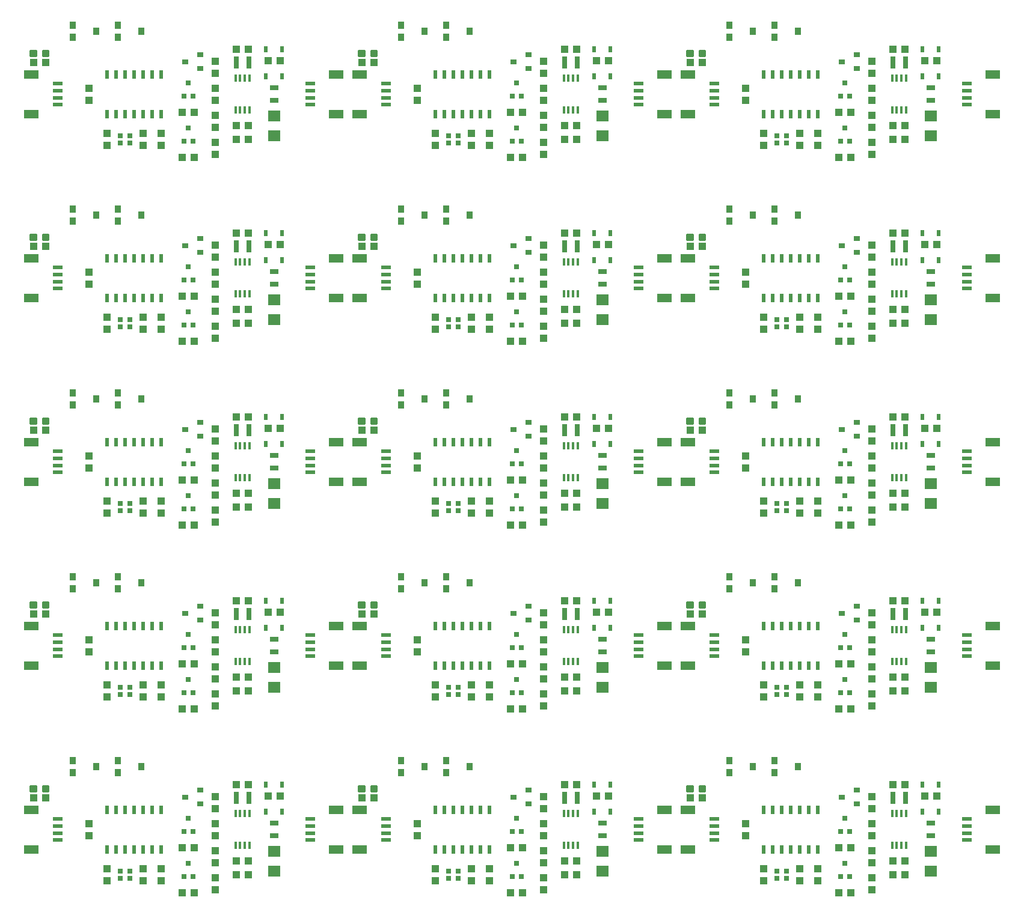
<source format=gtp>
G04 EAGLE Gerber RS-274X export*
G75*
%MOMM*%
%FSLAX34Y34*%
%LPD*%
%INSolderpaste Top*%
%IPPOS*%
%AMOC8*
5,1,8,0,0,1.08239X$1,22.5*%
G01*
%ADD10R,1.000000X1.100000*%
%ADD11R,1.100000X1.000000*%
%ADD12R,1.200000X0.800000*%
%ADD13R,2.000000X1.200000*%
%ADD14R,1.350000X0.600000*%
%ADD15R,0.800000X1.800000*%
%ADD16R,0.700000X0.700000*%
%ADD17R,0.600000X1.200000*%
%ADD18R,0.400000X1.100000*%
%ADD19R,0.750000X0.700000*%
%ADD20R,0.900000X0.800000*%
%ADD21R,1.800000X1.600000*%
%ADD22R,0.630000X0.830000*%
%ADD23R,0.900000X1.000000*%
%ADD24R,0.900000X1.100000*%
%ADD25C,0.300000*%


D10*
X120650Y55000D03*
X120650Y72000D03*
D11*
X302650Y190500D03*
X319650Y190500D03*
D10*
X95250Y118500D03*
X95250Y135500D03*
X171450Y72000D03*
X171450Y55000D03*
D12*
X355600Y118000D03*
X355600Y136000D03*
D13*
X14050Y155000D03*
X14050Y99000D03*
D14*
X50800Y142000D03*
X50800Y132000D03*
X50800Y122000D03*
X50800Y112000D03*
D13*
X443150Y99000D03*
X443150Y155000D03*
D14*
X406400Y112000D03*
X406400Y122000D03*
X406400Y132000D03*
X406400Y142000D03*
D15*
X302150Y171450D03*
X320150Y171450D03*
D16*
X228450Y124100D03*
X241450Y124100D03*
X234950Y142600D03*
X228450Y60600D03*
X241450Y60600D03*
X234950Y79100D03*
D11*
X302650Y82550D03*
X319650Y82550D03*
X243450Y101600D03*
X226450Y101600D03*
D10*
X273050Y97400D03*
X273050Y80400D03*
X196850Y72000D03*
X196850Y55000D03*
D11*
X319650Y63500D03*
X302650Y63500D03*
X243450Y38100D03*
X226450Y38100D03*
D10*
X273050Y59300D03*
X273050Y42300D03*
D17*
X120650Y99000D03*
X133350Y99000D03*
X146050Y99000D03*
X158750Y99000D03*
X171450Y99000D03*
X184150Y99000D03*
X196850Y99000D03*
X196850Y155000D03*
X184150Y155000D03*
X171450Y155000D03*
X158750Y155000D03*
X146050Y155000D03*
X133350Y155000D03*
X120650Y155000D03*
D18*
X320900Y149500D03*
X314400Y149500D03*
X307900Y149500D03*
X301400Y149500D03*
X301400Y104500D03*
X307900Y104500D03*
X314400Y104500D03*
X320900Y104500D03*
D19*
X152800Y58500D03*
X139300Y58500D03*
X139300Y68500D03*
X152800Y68500D03*
D20*
X251300Y163220D03*
X251300Y182220D03*
X230300Y172720D03*
D10*
X273050Y173600D03*
X273050Y156600D03*
X273050Y135500D03*
X273050Y118500D03*
D21*
X355600Y96550D03*
X355600Y68550D03*
D11*
X347100Y173990D03*
X364100Y173990D03*
D22*
X344100Y190500D03*
X367100Y190500D03*
X344100Y152400D03*
X367100Y152400D03*
D23*
X135900Y224400D03*
D24*
X168900Y215900D03*
D23*
X135900Y207400D03*
X72400Y224400D03*
D24*
X105400Y215900D03*
D23*
X72400Y207400D03*
D11*
X33900Y171450D03*
X16900Y171450D03*
D25*
X20130Y180650D02*
X20130Y187650D01*
X20130Y180650D02*
X13130Y180650D01*
X13130Y187650D01*
X20130Y187650D01*
X20130Y183500D02*
X13130Y183500D01*
X13130Y186350D02*
X20130Y186350D01*
X37670Y187650D02*
X37670Y180650D01*
X30670Y180650D01*
X30670Y187650D01*
X37670Y187650D01*
X37670Y183500D02*
X30670Y183500D01*
X30670Y186350D02*
X37670Y186350D01*
D10*
X582930Y55000D03*
X582930Y72000D03*
D11*
X764930Y190500D03*
X781930Y190500D03*
D10*
X557530Y118500D03*
X557530Y135500D03*
X633730Y72000D03*
X633730Y55000D03*
D12*
X817880Y118000D03*
X817880Y136000D03*
D13*
X476330Y155000D03*
X476330Y99000D03*
D14*
X513080Y142000D03*
X513080Y132000D03*
X513080Y122000D03*
X513080Y112000D03*
D13*
X905430Y99000D03*
X905430Y155000D03*
D14*
X868680Y112000D03*
X868680Y122000D03*
X868680Y132000D03*
X868680Y142000D03*
D15*
X764430Y171450D03*
X782430Y171450D03*
D16*
X690730Y124100D03*
X703730Y124100D03*
X697230Y142600D03*
X690730Y60600D03*
X703730Y60600D03*
X697230Y79100D03*
D11*
X764930Y82550D03*
X781930Y82550D03*
X705730Y101600D03*
X688730Y101600D03*
D10*
X735330Y97400D03*
X735330Y80400D03*
X659130Y72000D03*
X659130Y55000D03*
D11*
X781930Y63500D03*
X764930Y63500D03*
X705730Y38100D03*
X688730Y38100D03*
D10*
X735330Y59300D03*
X735330Y42300D03*
D17*
X582930Y99000D03*
X595630Y99000D03*
X608330Y99000D03*
X621030Y99000D03*
X633730Y99000D03*
X646430Y99000D03*
X659130Y99000D03*
X659130Y155000D03*
X646430Y155000D03*
X633730Y155000D03*
X621030Y155000D03*
X608330Y155000D03*
X595630Y155000D03*
X582930Y155000D03*
D18*
X783180Y149500D03*
X776680Y149500D03*
X770180Y149500D03*
X763680Y149500D03*
X763680Y104500D03*
X770180Y104500D03*
X776680Y104500D03*
X783180Y104500D03*
D19*
X615080Y58500D03*
X601580Y58500D03*
X601580Y68500D03*
X615080Y68500D03*
D20*
X713580Y163220D03*
X713580Y182220D03*
X692580Y172720D03*
D10*
X735330Y173600D03*
X735330Y156600D03*
X735330Y135500D03*
X735330Y118500D03*
D21*
X817880Y96550D03*
X817880Y68550D03*
D11*
X809380Y173990D03*
X826380Y173990D03*
D22*
X806380Y190500D03*
X829380Y190500D03*
X806380Y152400D03*
X829380Y152400D03*
D23*
X598180Y224400D03*
D24*
X631180Y215900D03*
D23*
X598180Y207400D03*
X534680Y224400D03*
D24*
X567680Y215900D03*
D23*
X534680Y207400D03*
D11*
X496180Y171450D03*
X479180Y171450D03*
D25*
X482410Y180650D02*
X482410Y187650D01*
X482410Y180650D02*
X475410Y180650D01*
X475410Y187650D01*
X482410Y187650D01*
X482410Y183500D02*
X475410Y183500D01*
X475410Y186350D02*
X482410Y186350D01*
X499950Y187650D02*
X499950Y180650D01*
X492950Y180650D01*
X492950Y187650D01*
X499950Y187650D01*
X499950Y183500D02*
X492950Y183500D01*
X492950Y186350D02*
X499950Y186350D01*
D10*
X1045210Y55000D03*
X1045210Y72000D03*
D11*
X1227210Y190500D03*
X1244210Y190500D03*
D10*
X1019810Y118500D03*
X1019810Y135500D03*
X1096010Y72000D03*
X1096010Y55000D03*
D12*
X1280160Y118000D03*
X1280160Y136000D03*
D13*
X938610Y155000D03*
X938610Y99000D03*
D14*
X975360Y142000D03*
X975360Y132000D03*
X975360Y122000D03*
X975360Y112000D03*
D13*
X1367710Y99000D03*
X1367710Y155000D03*
D14*
X1330960Y112000D03*
X1330960Y122000D03*
X1330960Y132000D03*
X1330960Y142000D03*
D15*
X1226710Y171450D03*
X1244710Y171450D03*
D16*
X1153010Y124100D03*
X1166010Y124100D03*
X1159510Y142600D03*
X1153010Y60600D03*
X1166010Y60600D03*
X1159510Y79100D03*
D11*
X1227210Y82550D03*
X1244210Y82550D03*
X1168010Y101600D03*
X1151010Y101600D03*
D10*
X1197610Y97400D03*
X1197610Y80400D03*
X1121410Y72000D03*
X1121410Y55000D03*
D11*
X1244210Y63500D03*
X1227210Y63500D03*
X1168010Y38100D03*
X1151010Y38100D03*
D10*
X1197610Y59300D03*
X1197610Y42300D03*
D17*
X1045210Y99000D03*
X1057910Y99000D03*
X1070610Y99000D03*
X1083310Y99000D03*
X1096010Y99000D03*
X1108710Y99000D03*
X1121410Y99000D03*
X1121410Y155000D03*
X1108710Y155000D03*
X1096010Y155000D03*
X1083310Y155000D03*
X1070610Y155000D03*
X1057910Y155000D03*
X1045210Y155000D03*
D18*
X1245460Y149500D03*
X1238960Y149500D03*
X1232460Y149500D03*
X1225960Y149500D03*
X1225960Y104500D03*
X1232460Y104500D03*
X1238960Y104500D03*
X1245460Y104500D03*
D19*
X1077360Y58500D03*
X1063860Y58500D03*
X1063860Y68500D03*
X1077360Y68500D03*
D20*
X1175860Y163220D03*
X1175860Y182220D03*
X1154860Y172720D03*
D10*
X1197610Y173600D03*
X1197610Y156600D03*
X1197610Y135500D03*
X1197610Y118500D03*
D21*
X1280160Y96550D03*
X1280160Y68550D03*
D11*
X1271660Y173990D03*
X1288660Y173990D03*
D22*
X1268660Y190500D03*
X1291660Y190500D03*
X1268660Y152400D03*
X1291660Y152400D03*
D23*
X1060460Y224400D03*
D24*
X1093460Y215900D03*
D23*
X1060460Y207400D03*
X996960Y224400D03*
D24*
X1029960Y215900D03*
D23*
X996960Y207400D03*
D11*
X958460Y171450D03*
X941460Y171450D03*
D25*
X944690Y180650D02*
X944690Y187650D01*
X944690Y180650D02*
X937690Y180650D01*
X937690Y187650D01*
X944690Y187650D01*
X944690Y183500D02*
X937690Y183500D01*
X937690Y186350D02*
X944690Y186350D01*
X962230Y187650D02*
X962230Y180650D01*
X955230Y180650D01*
X955230Y187650D01*
X962230Y187650D01*
X962230Y183500D02*
X955230Y183500D01*
X955230Y186350D02*
X962230Y186350D01*
D10*
X120650Y314080D03*
X120650Y331080D03*
D11*
X302650Y449580D03*
X319650Y449580D03*
D10*
X95250Y377580D03*
X95250Y394580D03*
X171450Y331080D03*
X171450Y314080D03*
D12*
X355600Y377080D03*
X355600Y395080D03*
D13*
X14050Y414080D03*
X14050Y358080D03*
D14*
X50800Y401080D03*
X50800Y391080D03*
X50800Y381080D03*
X50800Y371080D03*
D13*
X443150Y358080D03*
X443150Y414080D03*
D14*
X406400Y371080D03*
X406400Y381080D03*
X406400Y391080D03*
X406400Y401080D03*
D15*
X302150Y430530D03*
X320150Y430530D03*
D16*
X228450Y383180D03*
X241450Y383180D03*
X234950Y401680D03*
X228450Y319680D03*
X241450Y319680D03*
X234950Y338180D03*
D11*
X302650Y341630D03*
X319650Y341630D03*
X243450Y360680D03*
X226450Y360680D03*
D10*
X273050Y356480D03*
X273050Y339480D03*
X196850Y331080D03*
X196850Y314080D03*
D11*
X319650Y322580D03*
X302650Y322580D03*
X243450Y297180D03*
X226450Y297180D03*
D10*
X273050Y318380D03*
X273050Y301380D03*
D17*
X120650Y358080D03*
X133350Y358080D03*
X146050Y358080D03*
X158750Y358080D03*
X171450Y358080D03*
X184150Y358080D03*
X196850Y358080D03*
X196850Y414080D03*
X184150Y414080D03*
X171450Y414080D03*
X158750Y414080D03*
X146050Y414080D03*
X133350Y414080D03*
X120650Y414080D03*
D18*
X320900Y408580D03*
X314400Y408580D03*
X307900Y408580D03*
X301400Y408580D03*
X301400Y363580D03*
X307900Y363580D03*
X314400Y363580D03*
X320900Y363580D03*
D19*
X152800Y317580D03*
X139300Y317580D03*
X139300Y327580D03*
X152800Y327580D03*
D20*
X251300Y422300D03*
X251300Y441300D03*
X230300Y431800D03*
D10*
X273050Y432680D03*
X273050Y415680D03*
X273050Y394580D03*
X273050Y377580D03*
D21*
X355600Y355630D03*
X355600Y327630D03*
D11*
X347100Y433070D03*
X364100Y433070D03*
D22*
X344100Y449580D03*
X367100Y449580D03*
X344100Y411480D03*
X367100Y411480D03*
D23*
X135900Y483480D03*
D24*
X168900Y474980D03*
D23*
X135900Y466480D03*
X72400Y483480D03*
D24*
X105400Y474980D03*
D23*
X72400Y466480D03*
D11*
X33900Y430530D03*
X16900Y430530D03*
D25*
X20130Y439730D02*
X20130Y446730D01*
X20130Y439730D02*
X13130Y439730D01*
X13130Y446730D01*
X20130Y446730D01*
X20130Y442580D02*
X13130Y442580D01*
X13130Y445430D02*
X20130Y445430D01*
X37670Y446730D02*
X37670Y439730D01*
X30670Y439730D01*
X30670Y446730D01*
X37670Y446730D01*
X37670Y442580D02*
X30670Y442580D01*
X30670Y445430D02*
X37670Y445430D01*
D10*
X582930Y314080D03*
X582930Y331080D03*
D11*
X764930Y449580D03*
X781930Y449580D03*
D10*
X557530Y377580D03*
X557530Y394580D03*
X633730Y331080D03*
X633730Y314080D03*
D12*
X817880Y377080D03*
X817880Y395080D03*
D13*
X476330Y414080D03*
X476330Y358080D03*
D14*
X513080Y401080D03*
X513080Y391080D03*
X513080Y381080D03*
X513080Y371080D03*
D13*
X905430Y358080D03*
X905430Y414080D03*
D14*
X868680Y371080D03*
X868680Y381080D03*
X868680Y391080D03*
X868680Y401080D03*
D15*
X764430Y430530D03*
X782430Y430530D03*
D16*
X690730Y383180D03*
X703730Y383180D03*
X697230Y401680D03*
X690730Y319680D03*
X703730Y319680D03*
X697230Y338180D03*
D11*
X764930Y341630D03*
X781930Y341630D03*
X705730Y360680D03*
X688730Y360680D03*
D10*
X735330Y356480D03*
X735330Y339480D03*
X659130Y331080D03*
X659130Y314080D03*
D11*
X781930Y322580D03*
X764930Y322580D03*
X705730Y297180D03*
X688730Y297180D03*
D10*
X735330Y318380D03*
X735330Y301380D03*
D17*
X582930Y358080D03*
X595630Y358080D03*
X608330Y358080D03*
X621030Y358080D03*
X633730Y358080D03*
X646430Y358080D03*
X659130Y358080D03*
X659130Y414080D03*
X646430Y414080D03*
X633730Y414080D03*
X621030Y414080D03*
X608330Y414080D03*
X595630Y414080D03*
X582930Y414080D03*
D18*
X783180Y408580D03*
X776680Y408580D03*
X770180Y408580D03*
X763680Y408580D03*
X763680Y363580D03*
X770180Y363580D03*
X776680Y363580D03*
X783180Y363580D03*
D19*
X615080Y317580D03*
X601580Y317580D03*
X601580Y327580D03*
X615080Y327580D03*
D20*
X713580Y422300D03*
X713580Y441300D03*
X692580Y431800D03*
D10*
X735330Y432680D03*
X735330Y415680D03*
X735330Y394580D03*
X735330Y377580D03*
D21*
X817880Y355630D03*
X817880Y327630D03*
D11*
X809380Y433070D03*
X826380Y433070D03*
D22*
X806380Y449580D03*
X829380Y449580D03*
X806380Y411480D03*
X829380Y411480D03*
D23*
X598180Y483480D03*
D24*
X631180Y474980D03*
D23*
X598180Y466480D03*
X534680Y483480D03*
D24*
X567680Y474980D03*
D23*
X534680Y466480D03*
D11*
X496180Y430530D03*
X479180Y430530D03*
D25*
X482410Y439730D02*
X482410Y446730D01*
X482410Y439730D02*
X475410Y439730D01*
X475410Y446730D01*
X482410Y446730D01*
X482410Y442580D02*
X475410Y442580D01*
X475410Y445430D02*
X482410Y445430D01*
X499950Y446730D02*
X499950Y439730D01*
X492950Y439730D01*
X492950Y446730D01*
X499950Y446730D01*
X499950Y442580D02*
X492950Y442580D01*
X492950Y445430D02*
X499950Y445430D01*
D10*
X1045210Y314080D03*
X1045210Y331080D03*
D11*
X1227210Y449580D03*
X1244210Y449580D03*
D10*
X1019810Y377580D03*
X1019810Y394580D03*
X1096010Y331080D03*
X1096010Y314080D03*
D12*
X1280160Y377080D03*
X1280160Y395080D03*
D13*
X938610Y414080D03*
X938610Y358080D03*
D14*
X975360Y401080D03*
X975360Y391080D03*
X975360Y381080D03*
X975360Y371080D03*
D13*
X1367710Y358080D03*
X1367710Y414080D03*
D14*
X1330960Y371080D03*
X1330960Y381080D03*
X1330960Y391080D03*
X1330960Y401080D03*
D15*
X1226710Y430530D03*
X1244710Y430530D03*
D16*
X1153010Y383180D03*
X1166010Y383180D03*
X1159510Y401680D03*
X1153010Y319680D03*
X1166010Y319680D03*
X1159510Y338180D03*
D11*
X1227210Y341630D03*
X1244210Y341630D03*
X1168010Y360680D03*
X1151010Y360680D03*
D10*
X1197610Y356480D03*
X1197610Y339480D03*
X1121410Y331080D03*
X1121410Y314080D03*
D11*
X1244210Y322580D03*
X1227210Y322580D03*
X1168010Y297180D03*
X1151010Y297180D03*
D10*
X1197610Y318380D03*
X1197610Y301380D03*
D17*
X1045210Y358080D03*
X1057910Y358080D03*
X1070610Y358080D03*
X1083310Y358080D03*
X1096010Y358080D03*
X1108710Y358080D03*
X1121410Y358080D03*
X1121410Y414080D03*
X1108710Y414080D03*
X1096010Y414080D03*
X1083310Y414080D03*
X1070610Y414080D03*
X1057910Y414080D03*
X1045210Y414080D03*
D18*
X1245460Y408580D03*
X1238960Y408580D03*
X1232460Y408580D03*
X1225960Y408580D03*
X1225960Y363580D03*
X1232460Y363580D03*
X1238960Y363580D03*
X1245460Y363580D03*
D19*
X1077360Y317580D03*
X1063860Y317580D03*
X1063860Y327580D03*
X1077360Y327580D03*
D20*
X1175860Y422300D03*
X1175860Y441300D03*
X1154860Y431800D03*
D10*
X1197610Y432680D03*
X1197610Y415680D03*
X1197610Y394580D03*
X1197610Y377580D03*
D21*
X1280160Y355630D03*
X1280160Y327630D03*
D11*
X1271660Y433070D03*
X1288660Y433070D03*
D22*
X1268660Y449580D03*
X1291660Y449580D03*
X1268660Y411480D03*
X1291660Y411480D03*
D23*
X1060460Y483480D03*
D24*
X1093460Y474980D03*
D23*
X1060460Y466480D03*
X996960Y483480D03*
D24*
X1029960Y474980D03*
D23*
X996960Y466480D03*
D11*
X958460Y430530D03*
X941460Y430530D03*
D25*
X944690Y439730D02*
X944690Y446730D01*
X944690Y439730D02*
X937690Y439730D01*
X937690Y446730D01*
X944690Y446730D01*
X944690Y442580D02*
X937690Y442580D01*
X937690Y445430D02*
X944690Y445430D01*
X962230Y446730D02*
X962230Y439730D01*
X955230Y439730D01*
X955230Y446730D01*
X962230Y446730D01*
X962230Y442580D02*
X955230Y442580D01*
X955230Y445430D02*
X962230Y445430D01*
D10*
X120650Y573160D03*
X120650Y590160D03*
D11*
X302650Y708660D03*
X319650Y708660D03*
D10*
X95250Y636660D03*
X95250Y653660D03*
X171450Y590160D03*
X171450Y573160D03*
D12*
X355600Y636160D03*
X355600Y654160D03*
D13*
X14050Y673160D03*
X14050Y617160D03*
D14*
X50800Y660160D03*
X50800Y650160D03*
X50800Y640160D03*
X50800Y630160D03*
D13*
X443150Y617160D03*
X443150Y673160D03*
D14*
X406400Y630160D03*
X406400Y640160D03*
X406400Y650160D03*
X406400Y660160D03*
D15*
X302150Y689610D03*
X320150Y689610D03*
D16*
X228450Y642260D03*
X241450Y642260D03*
X234950Y660760D03*
X228450Y578760D03*
X241450Y578760D03*
X234950Y597260D03*
D11*
X302650Y600710D03*
X319650Y600710D03*
X243450Y619760D03*
X226450Y619760D03*
D10*
X273050Y615560D03*
X273050Y598560D03*
X196850Y590160D03*
X196850Y573160D03*
D11*
X319650Y581660D03*
X302650Y581660D03*
X243450Y556260D03*
X226450Y556260D03*
D10*
X273050Y577460D03*
X273050Y560460D03*
D17*
X120650Y617160D03*
X133350Y617160D03*
X146050Y617160D03*
X158750Y617160D03*
X171450Y617160D03*
X184150Y617160D03*
X196850Y617160D03*
X196850Y673160D03*
X184150Y673160D03*
X171450Y673160D03*
X158750Y673160D03*
X146050Y673160D03*
X133350Y673160D03*
X120650Y673160D03*
D18*
X320900Y667660D03*
X314400Y667660D03*
X307900Y667660D03*
X301400Y667660D03*
X301400Y622660D03*
X307900Y622660D03*
X314400Y622660D03*
X320900Y622660D03*
D19*
X152800Y576660D03*
X139300Y576660D03*
X139300Y586660D03*
X152800Y586660D03*
D20*
X251300Y681380D03*
X251300Y700380D03*
X230300Y690880D03*
D10*
X273050Y691760D03*
X273050Y674760D03*
X273050Y653660D03*
X273050Y636660D03*
D21*
X355600Y614710D03*
X355600Y586710D03*
D11*
X347100Y692150D03*
X364100Y692150D03*
D22*
X344100Y708660D03*
X367100Y708660D03*
X344100Y670560D03*
X367100Y670560D03*
D23*
X135900Y742560D03*
D24*
X168900Y734060D03*
D23*
X135900Y725560D03*
X72400Y742560D03*
D24*
X105400Y734060D03*
D23*
X72400Y725560D03*
D11*
X33900Y689610D03*
X16900Y689610D03*
D25*
X20130Y698810D02*
X20130Y705810D01*
X20130Y698810D02*
X13130Y698810D01*
X13130Y705810D01*
X20130Y705810D01*
X20130Y701660D02*
X13130Y701660D01*
X13130Y704510D02*
X20130Y704510D01*
X37670Y705810D02*
X37670Y698810D01*
X30670Y698810D01*
X30670Y705810D01*
X37670Y705810D01*
X37670Y701660D02*
X30670Y701660D01*
X30670Y704510D02*
X37670Y704510D01*
D10*
X582930Y573160D03*
X582930Y590160D03*
D11*
X764930Y708660D03*
X781930Y708660D03*
D10*
X557530Y636660D03*
X557530Y653660D03*
X633730Y590160D03*
X633730Y573160D03*
D12*
X817880Y636160D03*
X817880Y654160D03*
D13*
X476330Y673160D03*
X476330Y617160D03*
D14*
X513080Y660160D03*
X513080Y650160D03*
X513080Y640160D03*
X513080Y630160D03*
D13*
X905430Y617160D03*
X905430Y673160D03*
D14*
X868680Y630160D03*
X868680Y640160D03*
X868680Y650160D03*
X868680Y660160D03*
D15*
X764430Y689610D03*
X782430Y689610D03*
D16*
X690730Y642260D03*
X703730Y642260D03*
X697230Y660760D03*
X690730Y578760D03*
X703730Y578760D03*
X697230Y597260D03*
D11*
X764930Y600710D03*
X781930Y600710D03*
X705730Y619760D03*
X688730Y619760D03*
D10*
X735330Y615560D03*
X735330Y598560D03*
X659130Y590160D03*
X659130Y573160D03*
D11*
X781930Y581660D03*
X764930Y581660D03*
X705730Y556260D03*
X688730Y556260D03*
D10*
X735330Y577460D03*
X735330Y560460D03*
D17*
X582930Y617160D03*
X595630Y617160D03*
X608330Y617160D03*
X621030Y617160D03*
X633730Y617160D03*
X646430Y617160D03*
X659130Y617160D03*
X659130Y673160D03*
X646430Y673160D03*
X633730Y673160D03*
X621030Y673160D03*
X608330Y673160D03*
X595630Y673160D03*
X582930Y673160D03*
D18*
X783180Y667660D03*
X776680Y667660D03*
X770180Y667660D03*
X763680Y667660D03*
X763680Y622660D03*
X770180Y622660D03*
X776680Y622660D03*
X783180Y622660D03*
D19*
X615080Y576660D03*
X601580Y576660D03*
X601580Y586660D03*
X615080Y586660D03*
D20*
X713580Y681380D03*
X713580Y700380D03*
X692580Y690880D03*
D10*
X735330Y691760D03*
X735330Y674760D03*
X735330Y653660D03*
X735330Y636660D03*
D21*
X817880Y614710D03*
X817880Y586710D03*
D11*
X809380Y692150D03*
X826380Y692150D03*
D22*
X806380Y708660D03*
X829380Y708660D03*
X806380Y670560D03*
X829380Y670560D03*
D23*
X598180Y742560D03*
D24*
X631180Y734060D03*
D23*
X598180Y725560D03*
X534680Y742560D03*
D24*
X567680Y734060D03*
D23*
X534680Y725560D03*
D11*
X496180Y689610D03*
X479180Y689610D03*
D25*
X482410Y698810D02*
X482410Y705810D01*
X482410Y698810D02*
X475410Y698810D01*
X475410Y705810D01*
X482410Y705810D01*
X482410Y701660D02*
X475410Y701660D01*
X475410Y704510D02*
X482410Y704510D01*
X499950Y705810D02*
X499950Y698810D01*
X492950Y698810D01*
X492950Y705810D01*
X499950Y705810D01*
X499950Y701660D02*
X492950Y701660D01*
X492950Y704510D02*
X499950Y704510D01*
D10*
X1045210Y573160D03*
X1045210Y590160D03*
D11*
X1227210Y708660D03*
X1244210Y708660D03*
D10*
X1019810Y636660D03*
X1019810Y653660D03*
X1096010Y590160D03*
X1096010Y573160D03*
D12*
X1280160Y636160D03*
X1280160Y654160D03*
D13*
X938610Y673160D03*
X938610Y617160D03*
D14*
X975360Y660160D03*
X975360Y650160D03*
X975360Y640160D03*
X975360Y630160D03*
D13*
X1367710Y617160D03*
X1367710Y673160D03*
D14*
X1330960Y630160D03*
X1330960Y640160D03*
X1330960Y650160D03*
X1330960Y660160D03*
D15*
X1226710Y689610D03*
X1244710Y689610D03*
D16*
X1153010Y642260D03*
X1166010Y642260D03*
X1159510Y660760D03*
X1153010Y578760D03*
X1166010Y578760D03*
X1159510Y597260D03*
D11*
X1227210Y600710D03*
X1244210Y600710D03*
X1168010Y619760D03*
X1151010Y619760D03*
D10*
X1197610Y615560D03*
X1197610Y598560D03*
X1121410Y590160D03*
X1121410Y573160D03*
D11*
X1244210Y581660D03*
X1227210Y581660D03*
X1168010Y556260D03*
X1151010Y556260D03*
D10*
X1197610Y577460D03*
X1197610Y560460D03*
D17*
X1045210Y617160D03*
X1057910Y617160D03*
X1070610Y617160D03*
X1083310Y617160D03*
X1096010Y617160D03*
X1108710Y617160D03*
X1121410Y617160D03*
X1121410Y673160D03*
X1108710Y673160D03*
X1096010Y673160D03*
X1083310Y673160D03*
X1070610Y673160D03*
X1057910Y673160D03*
X1045210Y673160D03*
D18*
X1245460Y667660D03*
X1238960Y667660D03*
X1232460Y667660D03*
X1225960Y667660D03*
X1225960Y622660D03*
X1232460Y622660D03*
X1238960Y622660D03*
X1245460Y622660D03*
D19*
X1077360Y576660D03*
X1063860Y576660D03*
X1063860Y586660D03*
X1077360Y586660D03*
D20*
X1175860Y681380D03*
X1175860Y700380D03*
X1154860Y690880D03*
D10*
X1197610Y691760D03*
X1197610Y674760D03*
X1197610Y653660D03*
X1197610Y636660D03*
D21*
X1280160Y614710D03*
X1280160Y586710D03*
D11*
X1271660Y692150D03*
X1288660Y692150D03*
D22*
X1268660Y708660D03*
X1291660Y708660D03*
X1268660Y670560D03*
X1291660Y670560D03*
D23*
X1060460Y742560D03*
D24*
X1093460Y734060D03*
D23*
X1060460Y725560D03*
X996960Y742560D03*
D24*
X1029960Y734060D03*
D23*
X996960Y725560D03*
D11*
X958460Y689610D03*
X941460Y689610D03*
D25*
X944690Y698810D02*
X944690Y705810D01*
X944690Y698810D02*
X937690Y698810D01*
X937690Y705810D01*
X944690Y705810D01*
X944690Y701660D02*
X937690Y701660D01*
X937690Y704510D02*
X944690Y704510D01*
X962230Y705810D02*
X962230Y698810D01*
X955230Y698810D01*
X955230Y705810D01*
X962230Y705810D01*
X962230Y701660D02*
X955230Y701660D01*
X955230Y704510D02*
X962230Y704510D01*
D10*
X120650Y832240D03*
X120650Y849240D03*
D11*
X302650Y967740D03*
X319650Y967740D03*
D10*
X95250Y895740D03*
X95250Y912740D03*
X171450Y849240D03*
X171450Y832240D03*
D12*
X355600Y895240D03*
X355600Y913240D03*
D13*
X14050Y932240D03*
X14050Y876240D03*
D14*
X50800Y919240D03*
X50800Y909240D03*
X50800Y899240D03*
X50800Y889240D03*
D13*
X443150Y876240D03*
X443150Y932240D03*
D14*
X406400Y889240D03*
X406400Y899240D03*
X406400Y909240D03*
X406400Y919240D03*
D15*
X302150Y948690D03*
X320150Y948690D03*
D16*
X228450Y901340D03*
X241450Y901340D03*
X234950Y919840D03*
X228450Y837840D03*
X241450Y837840D03*
X234950Y856340D03*
D11*
X302650Y859790D03*
X319650Y859790D03*
X243450Y878840D03*
X226450Y878840D03*
D10*
X273050Y874640D03*
X273050Y857640D03*
X196850Y849240D03*
X196850Y832240D03*
D11*
X319650Y840740D03*
X302650Y840740D03*
X243450Y815340D03*
X226450Y815340D03*
D10*
X273050Y836540D03*
X273050Y819540D03*
D17*
X120650Y876240D03*
X133350Y876240D03*
X146050Y876240D03*
X158750Y876240D03*
X171450Y876240D03*
X184150Y876240D03*
X196850Y876240D03*
X196850Y932240D03*
X184150Y932240D03*
X171450Y932240D03*
X158750Y932240D03*
X146050Y932240D03*
X133350Y932240D03*
X120650Y932240D03*
D18*
X320900Y926740D03*
X314400Y926740D03*
X307900Y926740D03*
X301400Y926740D03*
X301400Y881740D03*
X307900Y881740D03*
X314400Y881740D03*
X320900Y881740D03*
D19*
X152800Y835740D03*
X139300Y835740D03*
X139300Y845740D03*
X152800Y845740D03*
D20*
X251300Y940460D03*
X251300Y959460D03*
X230300Y949960D03*
D10*
X273050Y950840D03*
X273050Y933840D03*
X273050Y912740D03*
X273050Y895740D03*
D21*
X355600Y873790D03*
X355600Y845790D03*
D11*
X347100Y951230D03*
X364100Y951230D03*
D22*
X344100Y967740D03*
X367100Y967740D03*
X344100Y929640D03*
X367100Y929640D03*
D23*
X135900Y1001640D03*
D24*
X168900Y993140D03*
D23*
X135900Y984640D03*
X72400Y1001640D03*
D24*
X105400Y993140D03*
D23*
X72400Y984640D03*
D11*
X33900Y948690D03*
X16900Y948690D03*
D25*
X20130Y957890D02*
X20130Y964890D01*
X20130Y957890D02*
X13130Y957890D01*
X13130Y964890D01*
X20130Y964890D01*
X20130Y960740D02*
X13130Y960740D01*
X13130Y963590D02*
X20130Y963590D01*
X37670Y964890D02*
X37670Y957890D01*
X30670Y957890D01*
X30670Y964890D01*
X37670Y964890D01*
X37670Y960740D02*
X30670Y960740D01*
X30670Y963590D02*
X37670Y963590D01*
D10*
X582930Y832240D03*
X582930Y849240D03*
D11*
X764930Y967740D03*
X781930Y967740D03*
D10*
X557530Y895740D03*
X557530Y912740D03*
X633730Y849240D03*
X633730Y832240D03*
D12*
X817880Y895240D03*
X817880Y913240D03*
D13*
X476330Y932240D03*
X476330Y876240D03*
D14*
X513080Y919240D03*
X513080Y909240D03*
X513080Y899240D03*
X513080Y889240D03*
D13*
X905430Y876240D03*
X905430Y932240D03*
D14*
X868680Y889240D03*
X868680Y899240D03*
X868680Y909240D03*
X868680Y919240D03*
D15*
X764430Y948690D03*
X782430Y948690D03*
D16*
X690730Y901340D03*
X703730Y901340D03*
X697230Y919840D03*
X690730Y837840D03*
X703730Y837840D03*
X697230Y856340D03*
D11*
X764930Y859790D03*
X781930Y859790D03*
X705730Y878840D03*
X688730Y878840D03*
D10*
X735330Y874640D03*
X735330Y857640D03*
X659130Y849240D03*
X659130Y832240D03*
D11*
X781930Y840740D03*
X764930Y840740D03*
X705730Y815340D03*
X688730Y815340D03*
D10*
X735330Y836540D03*
X735330Y819540D03*
D17*
X582930Y876240D03*
X595630Y876240D03*
X608330Y876240D03*
X621030Y876240D03*
X633730Y876240D03*
X646430Y876240D03*
X659130Y876240D03*
X659130Y932240D03*
X646430Y932240D03*
X633730Y932240D03*
X621030Y932240D03*
X608330Y932240D03*
X595630Y932240D03*
X582930Y932240D03*
D18*
X783180Y926740D03*
X776680Y926740D03*
X770180Y926740D03*
X763680Y926740D03*
X763680Y881740D03*
X770180Y881740D03*
X776680Y881740D03*
X783180Y881740D03*
D19*
X615080Y835740D03*
X601580Y835740D03*
X601580Y845740D03*
X615080Y845740D03*
D20*
X713580Y940460D03*
X713580Y959460D03*
X692580Y949960D03*
D10*
X735330Y950840D03*
X735330Y933840D03*
X735330Y912740D03*
X735330Y895740D03*
D21*
X817880Y873790D03*
X817880Y845790D03*
D11*
X809380Y951230D03*
X826380Y951230D03*
D22*
X806380Y967740D03*
X829380Y967740D03*
X806380Y929640D03*
X829380Y929640D03*
D23*
X598180Y1001640D03*
D24*
X631180Y993140D03*
D23*
X598180Y984640D03*
X534680Y1001640D03*
D24*
X567680Y993140D03*
D23*
X534680Y984640D03*
D11*
X496180Y948690D03*
X479180Y948690D03*
D25*
X482410Y957890D02*
X482410Y964890D01*
X482410Y957890D02*
X475410Y957890D01*
X475410Y964890D01*
X482410Y964890D01*
X482410Y960740D02*
X475410Y960740D01*
X475410Y963590D02*
X482410Y963590D01*
X499950Y964890D02*
X499950Y957890D01*
X492950Y957890D01*
X492950Y964890D01*
X499950Y964890D01*
X499950Y960740D02*
X492950Y960740D01*
X492950Y963590D02*
X499950Y963590D01*
D10*
X1045210Y832240D03*
X1045210Y849240D03*
D11*
X1227210Y967740D03*
X1244210Y967740D03*
D10*
X1019810Y895740D03*
X1019810Y912740D03*
X1096010Y849240D03*
X1096010Y832240D03*
D12*
X1280160Y895240D03*
X1280160Y913240D03*
D13*
X938610Y932240D03*
X938610Y876240D03*
D14*
X975360Y919240D03*
X975360Y909240D03*
X975360Y899240D03*
X975360Y889240D03*
D13*
X1367710Y876240D03*
X1367710Y932240D03*
D14*
X1330960Y889240D03*
X1330960Y899240D03*
X1330960Y909240D03*
X1330960Y919240D03*
D15*
X1226710Y948690D03*
X1244710Y948690D03*
D16*
X1153010Y901340D03*
X1166010Y901340D03*
X1159510Y919840D03*
X1153010Y837840D03*
X1166010Y837840D03*
X1159510Y856340D03*
D11*
X1227210Y859790D03*
X1244210Y859790D03*
X1168010Y878840D03*
X1151010Y878840D03*
D10*
X1197610Y874640D03*
X1197610Y857640D03*
X1121410Y849240D03*
X1121410Y832240D03*
D11*
X1244210Y840740D03*
X1227210Y840740D03*
X1168010Y815340D03*
X1151010Y815340D03*
D10*
X1197610Y836540D03*
X1197610Y819540D03*
D17*
X1045210Y876240D03*
X1057910Y876240D03*
X1070610Y876240D03*
X1083310Y876240D03*
X1096010Y876240D03*
X1108710Y876240D03*
X1121410Y876240D03*
X1121410Y932240D03*
X1108710Y932240D03*
X1096010Y932240D03*
X1083310Y932240D03*
X1070610Y932240D03*
X1057910Y932240D03*
X1045210Y932240D03*
D18*
X1245460Y926740D03*
X1238960Y926740D03*
X1232460Y926740D03*
X1225960Y926740D03*
X1225960Y881740D03*
X1232460Y881740D03*
X1238960Y881740D03*
X1245460Y881740D03*
D19*
X1077360Y835740D03*
X1063860Y835740D03*
X1063860Y845740D03*
X1077360Y845740D03*
D20*
X1175860Y940460D03*
X1175860Y959460D03*
X1154860Y949960D03*
D10*
X1197610Y950840D03*
X1197610Y933840D03*
X1197610Y912740D03*
X1197610Y895740D03*
D21*
X1280160Y873790D03*
X1280160Y845790D03*
D11*
X1271660Y951230D03*
X1288660Y951230D03*
D22*
X1268660Y967740D03*
X1291660Y967740D03*
X1268660Y929640D03*
X1291660Y929640D03*
D23*
X1060460Y1001640D03*
D24*
X1093460Y993140D03*
D23*
X1060460Y984640D03*
X996960Y1001640D03*
D24*
X1029960Y993140D03*
D23*
X996960Y984640D03*
D11*
X958460Y948690D03*
X941460Y948690D03*
D25*
X944690Y957890D02*
X944690Y964890D01*
X944690Y957890D02*
X937690Y957890D01*
X937690Y964890D01*
X944690Y964890D01*
X944690Y960740D02*
X937690Y960740D01*
X937690Y963590D02*
X944690Y963590D01*
X962230Y964890D02*
X962230Y957890D01*
X955230Y957890D01*
X955230Y964890D01*
X962230Y964890D01*
X962230Y960740D02*
X955230Y960740D01*
X955230Y963590D02*
X962230Y963590D01*
D10*
X120650Y1091320D03*
X120650Y1108320D03*
D11*
X302650Y1226820D03*
X319650Y1226820D03*
D10*
X95250Y1154820D03*
X95250Y1171820D03*
X171450Y1108320D03*
X171450Y1091320D03*
D12*
X355600Y1154320D03*
X355600Y1172320D03*
D13*
X14050Y1191320D03*
X14050Y1135320D03*
D14*
X50800Y1178320D03*
X50800Y1168320D03*
X50800Y1158320D03*
X50800Y1148320D03*
D13*
X443150Y1135320D03*
X443150Y1191320D03*
D14*
X406400Y1148320D03*
X406400Y1158320D03*
X406400Y1168320D03*
X406400Y1178320D03*
D15*
X302150Y1207770D03*
X320150Y1207770D03*
D16*
X228450Y1160420D03*
X241450Y1160420D03*
X234950Y1178920D03*
X228450Y1096920D03*
X241450Y1096920D03*
X234950Y1115420D03*
D11*
X302650Y1118870D03*
X319650Y1118870D03*
X243450Y1137920D03*
X226450Y1137920D03*
D10*
X273050Y1133720D03*
X273050Y1116720D03*
X196850Y1108320D03*
X196850Y1091320D03*
D11*
X319650Y1099820D03*
X302650Y1099820D03*
X243450Y1074420D03*
X226450Y1074420D03*
D10*
X273050Y1095620D03*
X273050Y1078620D03*
D17*
X120650Y1135320D03*
X133350Y1135320D03*
X146050Y1135320D03*
X158750Y1135320D03*
X171450Y1135320D03*
X184150Y1135320D03*
X196850Y1135320D03*
X196850Y1191320D03*
X184150Y1191320D03*
X171450Y1191320D03*
X158750Y1191320D03*
X146050Y1191320D03*
X133350Y1191320D03*
X120650Y1191320D03*
D18*
X320900Y1185820D03*
X314400Y1185820D03*
X307900Y1185820D03*
X301400Y1185820D03*
X301400Y1140820D03*
X307900Y1140820D03*
X314400Y1140820D03*
X320900Y1140820D03*
D19*
X152800Y1094820D03*
X139300Y1094820D03*
X139300Y1104820D03*
X152800Y1104820D03*
D20*
X251300Y1199540D03*
X251300Y1218540D03*
X230300Y1209040D03*
D10*
X273050Y1209920D03*
X273050Y1192920D03*
X273050Y1171820D03*
X273050Y1154820D03*
D21*
X355600Y1132870D03*
X355600Y1104870D03*
D11*
X347100Y1210310D03*
X364100Y1210310D03*
D22*
X344100Y1226820D03*
X367100Y1226820D03*
X344100Y1188720D03*
X367100Y1188720D03*
D23*
X135900Y1260720D03*
D24*
X168900Y1252220D03*
D23*
X135900Y1243720D03*
X72400Y1260720D03*
D24*
X105400Y1252220D03*
D23*
X72400Y1243720D03*
D11*
X33900Y1207770D03*
X16900Y1207770D03*
D25*
X20130Y1216970D02*
X20130Y1223970D01*
X20130Y1216970D02*
X13130Y1216970D01*
X13130Y1223970D01*
X20130Y1223970D01*
X20130Y1219820D02*
X13130Y1219820D01*
X13130Y1222670D02*
X20130Y1222670D01*
X37670Y1223970D02*
X37670Y1216970D01*
X30670Y1216970D01*
X30670Y1223970D01*
X37670Y1223970D01*
X37670Y1219820D02*
X30670Y1219820D01*
X30670Y1222670D02*
X37670Y1222670D01*
D10*
X582930Y1091320D03*
X582930Y1108320D03*
D11*
X764930Y1226820D03*
X781930Y1226820D03*
D10*
X557530Y1154820D03*
X557530Y1171820D03*
X633730Y1108320D03*
X633730Y1091320D03*
D12*
X817880Y1154320D03*
X817880Y1172320D03*
D13*
X476330Y1191320D03*
X476330Y1135320D03*
D14*
X513080Y1178320D03*
X513080Y1168320D03*
X513080Y1158320D03*
X513080Y1148320D03*
D13*
X905430Y1135320D03*
X905430Y1191320D03*
D14*
X868680Y1148320D03*
X868680Y1158320D03*
X868680Y1168320D03*
X868680Y1178320D03*
D15*
X764430Y1207770D03*
X782430Y1207770D03*
D16*
X690730Y1160420D03*
X703730Y1160420D03*
X697230Y1178920D03*
X690730Y1096920D03*
X703730Y1096920D03*
X697230Y1115420D03*
D11*
X764930Y1118870D03*
X781930Y1118870D03*
X705730Y1137920D03*
X688730Y1137920D03*
D10*
X735330Y1133720D03*
X735330Y1116720D03*
X659130Y1108320D03*
X659130Y1091320D03*
D11*
X781930Y1099820D03*
X764930Y1099820D03*
X705730Y1074420D03*
X688730Y1074420D03*
D10*
X735330Y1095620D03*
X735330Y1078620D03*
D17*
X582930Y1135320D03*
X595630Y1135320D03*
X608330Y1135320D03*
X621030Y1135320D03*
X633730Y1135320D03*
X646430Y1135320D03*
X659130Y1135320D03*
X659130Y1191320D03*
X646430Y1191320D03*
X633730Y1191320D03*
X621030Y1191320D03*
X608330Y1191320D03*
X595630Y1191320D03*
X582930Y1191320D03*
D18*
X783180Y1185820D03*
X776680Y1185820D03*
X770180Y1185820D03*
X763680Y1185820D03*
X763680Y1140820D03*
X770180Y1140820D03*
X776680Y1140820D03*
X783180Y1140820D03*
D19*
X615080Y1094820D03*
X601580Y1094820D03*
X601580Y1104820D03*
X615080Y1104820D03*
D20*
X713580Y1199540D03*
X713580Y1218540D03*
X692580Y1209040D03*
D10*
X735330Y1209920D03*
X735330Y1192920D03*
X735330Y1171820D03*
X735330Y1154820D03*
D21*
X817880Y1132870D03*
X817880Y1104870D03*
D11*
X809380Y1210310D03*
X826380Y1210310D03*
D22*
X806380Y1226820D03*
X829380Y1226820D03*
X806380Y1188720D03*
X829380Y1188720D03*
D23*
X598180Y1260720D03*
D24*
X631180Y1252220D03*
D23*
X598180Y1243720D03*
X534680Y1260720D03*
D24*
X567680Y1252220D03*
D23*
X534680Y1243720D03*
D11*
X496180Y1207770D03*
X479180Y1207770D03*
D25*
X482410Y1216970D02*
X482410Y1223970D01*
X482410Y1216970D02*
X475410Y1216970D01*
X475410Y1223970D01*
X482410Y1223970D01*
X482410Y1219820D02*
X475410Y1219820D01*
X475410Y1222670D02*
X482410Y1222670D01*
X499950Y1223970D02*
X499950Y1216970D01*
X492950Y1216970D01*
X492950Y1223970D01*
X499950Y1223970D01*
X499950Y1219820D02*
X492950Y1219820D01*
X492950Y1222670D02*
X499950Y1222670D01*
D10*
X1045210Y1091320D03*
X1045210Y1108320D03*
D11*
X1227210Y1226820D03*
X1244210Y1226820D03*
D10*
X1019810Y1154820D03*
X1019810Y1171820D03*
X1096010Y1108320D03*
X1096010Y1091320D03*
D12*
X1280160Y1154320D03*
X1280160Y1172320D03*
D13*
X938610Y1191320D03*
X938610Y1135320D03*
D14*
X975360Y1178320D03*
X975360Y1168320D03*
X975360Y1158320D03*
X975360Y1148320D03*
D13*
X1367710Y1135320D03*
X1367710Y1191320D03*
D14*
X1330960Y1148320D03*
X1330960Y1158320D03*
X1330960Y1168320D03*
X1330960Y1178320D03*
D15*
X1226710Y1207770D03*
X1244710Y1207770D03*
D16*
X1153010Y1160420D03*
X1166010Y1160420D03*
X1159510Y1178920D03*
X1153010Y1096920D03*
X1166010Y1096920D03*
X1159510Y1115420D03*
D11*
X1227210Y1118870D03*
X1244210Y1118870D03*
X1168010Y1137920D03*
X1151010Y1137920D03*
D10*
X1197610Y1133720D03*
X1197610Y1116720D03*
X1121410Y1108320D03*
X1121410Y1091320D03*
D11*
X1244210Y1099820D03*
X1227210Y1099820D03*
X1168010Y1074420D03*
X1151010Y1074420D03*
D10*
X1197610Y1095620D03*
X1197610Y1078620D03*
D17*
X1045210Y1135320D03*
X1057910Y1135320D03*
X1070610Y1135320D03*
X1083310Y1135320D03*
X1096010Y1135320D03*
X1108710Y1135320D03*
X1121410Y1135320D03*
X1121410Y1191320D03*
X1108710Y1191320D03*
X1096010Y1191320D03*
X1083310Y1191320D03*
X1070610Y1191320D03*
X1057910Y1191320D03*
X1045210Y1191320D03*
D18*
X1245460Y1185820D03*
X1238960Y1185820D03*
X1232460Y1185820D03*
X1225960Y1185820D03*
X1225960Y1140820D03*
X1232460Y1140820D03*
X1238960Y1140820D03*
X1245460Y1140820D03*
D19*
X1077360Y1094820D03*
X1063860Y1094820D03*
X1063860Y1104820D03*
X1077360Y1104820D03*
D20*
X1175860Y1199540D03*
X1175860Y1218540D03*
X1154860Y1209040D03*
D10*
X1197610Y1209920D03*
X1197610Y1192920D03*
X1197610Y1171820D03*
X1197610Y1154820D03*
D21*
X1280160Y1132870D03*
X1280160Y1104870D03*
D11*
X1271660Y1210310D03*
X1288660Y1210310D03*
D22*
X1268660Y1226820D03*
X1291660Y1226820D03*
X1268660Y1188720D03*
X1291660Y1188720D03*
D23*
X1060460Y1260720D03*
D24*
X1093460Y1252220D03*
D23*
X1060460Y1243720D03*
X996960Y1260720D03*
D24*
X1029960Y1252220D03*
D23*
X996960Y1243720D03*
D11*
X958460Y1207770D03*
X941460Y1207770D03*
D25*
X944690Y1216970D02*
X944690Y1223970D01*
X944690Y1216970D02*
X937690Y1216970D01*
X937690Y1223970D01*
X944690Y1223970D01*
X944690Y1219820D02*
X937690Y1219820D01*
X937690Y1222670D02*
X944690Y1222670D01*
X962230Y1223970D02*
X962230Y1216970D01*
X955230Y1216970D01*
X955230Y1223970D01*
X962230Y1223970D01*
X962230Y1219820D02*
X955230Y1219820D01*
X955230Y1222670D02*
X962230Y1222670D01*
M02*

</source>
